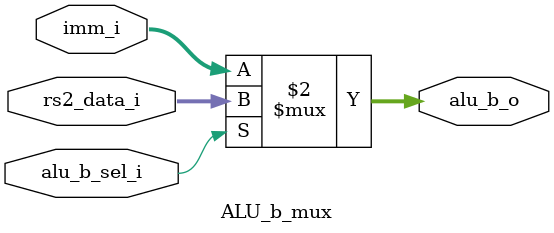
<source format=sv>
module ALU_b_mux(
    input wire [31:0] imm_i,
    input wire [31:0] rs2_data_i,
    input wire alu_b_sel_i,
    output wire [31:0] alu_b_o
);
    assign alu_b_o = (alu_b_sel_i == 1) ? rs2_data_i : imm_i;
endmodule
</source>
